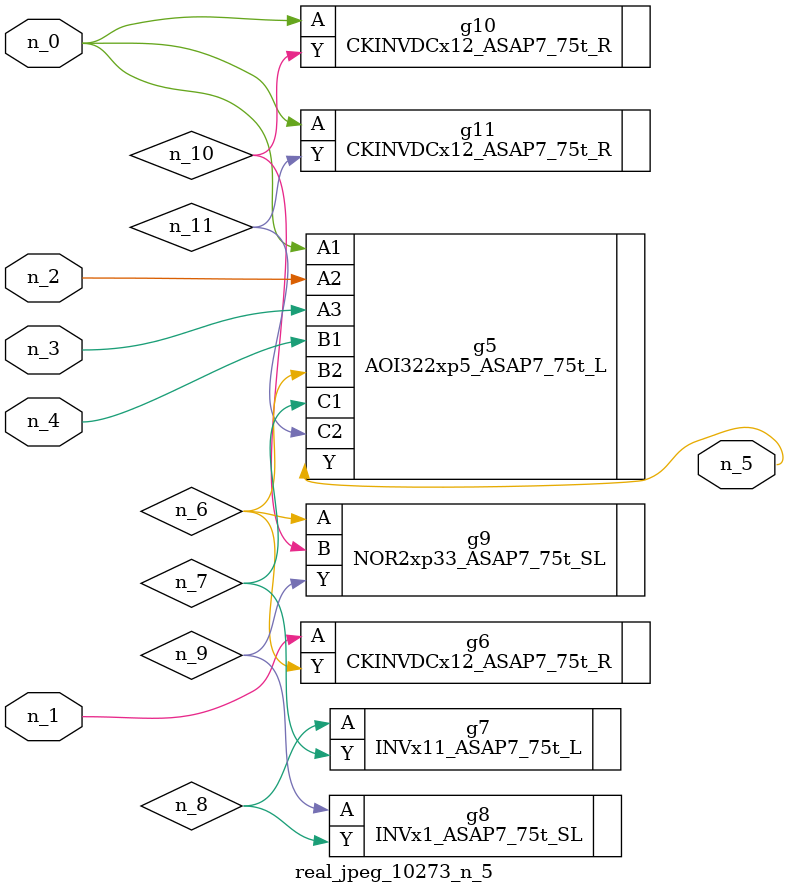
<source format=v>
module real_jpeg_10273_n_5 (n_4, n_0, n_1, n_2, n_3, n_5);

input n_4;
input n_0;
input n_1;
input n_2;
input n_3;

output n_5;

wire n_8;
wire n_11;
wire n_6;
wire n_7;
wire n_10;
wire n_9;

AOI322xp5_ASAP7_75t_L g5 ( 
.A1(n_0),
.A2(n_2),
.A3(n_3),
.B1(n_4),
.B2(n_6),
.C1(n_7),
.C2(n_11),
.Y(n_5)
);

CKINVDCx12_ASAP7_75t_R g10 ( 
.A(n_0),
.Y(n_10)
);

CKINVDCx12_ASAP7_75t_R g11 ( 
.A(n_0),
.Y(n_11)
);

CKINVDCx12_ASAP7_75t_R g6 ( 
.A(n_1),
.Y(n_6)
);

NOR2xp33_ASAP7_75t_SL g9 ( 
.A(n_6),
.B(n_10),
.Y(n_9)
);

INVx11_ASAP7_75t_L g7 ( 
.A(n_8),
.Y(n_7)
);

INVx1_ASAP7_75t_SL g8 ( 
.A(n_9),
.Y(n_8)
);


endmodule
</source>
